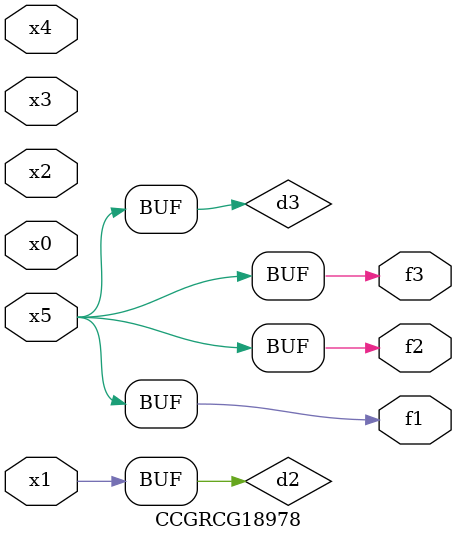
<source format=v>
module CCGRCG18978(
	input x0, x1, x2, x3, x4, x5,
	output f1, f2, f3
);

	wire d1, d2, d3;

	not (d1, x5);
	or (d2, x1);
	xnor (d3, d1);
	assign f1 = d3;
	assign f2 = d3;
	assign f3 = d3;
endmodule

</source>
